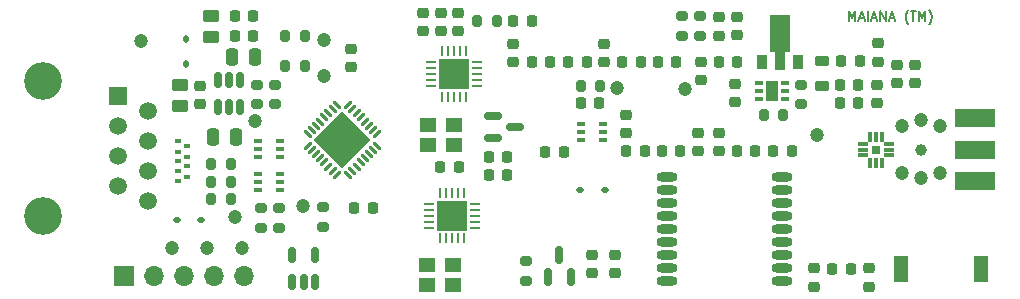
<source format=gbr>
%TF.GenerationSoftware,KiCad,Pcbnew,7.0.5-0*%
%TF.CreationDate,2024-01-25T09:03:23-08:00*%
%TF.ProjectId,transponder-11.9.0,7472616e-7370-46f6-9e64-65722d31312e,rev?*%
%TF.SameCoordinates,Original*%
%TF.FileFunction,Soldermask,Top*%
%TF.FilePolarity,Negative*%
%FSLAX46Y46*%
G04 Gerber Fmt 4.6, Leading zero omitted, Abs format (unit mm)*
G04 Created by KiCad (PCBNEW 7.0.5-0) date 2024-01-25 09:03:23*
%MOMM*%
%LPD*%
G01*
G04 APERTURE LIST*
G04 Aperture macros list*
%AMRoundRect*
0 Rectangle with rounded corners*
0 $1 Rounding radius*
0 $2 $3 $4 $5 $6 $7 $8 $9 X,Y pos of 4 corners*
0 Add a 4 corners polygon primitive as box body*
4,1,4,$2,$3,$4,$5,$6,$7,$8,$9,$2,$3,0*
0 Add four circle primitives for the rounded corners*
1,1,$1+$1,$2,$3*
1,1,$1+$1,$4,$5*
1,1,$1+$1,$6,$7*
1,1,$1+$1,$8,$9*
0 Add four rect primitives between the rounded corners*
20,1,$1+$1,$2,$3,$4,$5,0*
20,1,$1+$1,$4,$5,$6,$7,0*
20,1,$1+$1,$6,$7,$8,$9,0*
20,1,$1+$1,$8,$9,$2,$3,0*%
%AMRotRect*
0 Rectangle, with rotation*
0 The origin of the aperture is its center*
0 $1 length*
0 $2 width*
0 $3 Rotation angle, in degrees counterclockwise*
0 Add horizontal line*
21,1,$1,$2,0,0,$3*%
%AMFreePoly0*
4,1,9,3.862500,-0.866500,0.737500,-0.866500,0.737500,-0.450000,-0.737500,-0.450000,-0.737500,0.450000,0.737500,0.450000,0.737500,0.866500,3.862500,0.866500,3.862500,-0.866500,3.862500,-0.866500,$1*%
G04 Aperture macros list end*
%ADD10C,0.200000*%
%ADD11RoundRect,0.225000X-0.250000X0.225000X-0.250000X-0.225000X0.250000X-0.225000X0.250000X0.225000X0*%
%ADD12C,1.200000*%
%ADD13R,0.650000X0.400000*%
%ADD14R,0.650000X0.350000*%
%ADD15R,1.100000X1.700000*%
%ADD16RoundRect,0.225000X0.250000X-0.225000X0.250000X0.225000X-0.250000X0.225000X-0.250000X-0.225000X0*%
%ADD17RoundRect,0.225000X-0.225000X-0.250000X0.225000X-0.250000X0.225000X0.250000X-0.225000X0.250000X0*%
%ADD18RoundRect,0.250000X-0.450000X0.262500X-0.450000X-0.262500X0.450000X-0.262500X0.450000X0.262500X0*%
%ADD19RoundRect,0.006600X0.393400X0.103400X-0.393400X0.103400X-0.393400X-0.103400X0.393400X-0.103400X0*%
%ADD20RoundRect,0.017600X0.092400X0.382400X-0.092400X0.382400X-0.092400X-0.382400X0.092400X-0.382400X0*%
%ADD21R,0.760000X0.760000*%
%ADD22RoundRect,0.225000X0.225000X0.250000X-0.225000X0.250000X-0.225000X-0.250000X0.225000X-0.250000X0*%
%ADD23RoundRect,0.218750X0.381250X-0.218750X0.381250X0.218750X-0.381250X0.218750X-0.381250X-0.218750X0*%
%ADD24RoundRect,0.200000X0.275000X-0.200000X0.275000X0.200000X-0.275000X0.200000X-0.275000X-0.200000X0*%
%ADD25C,1.000000*%
%ADD26R,1.400000X1.200000*%
%ADD27RoundRect,0.218750X0.256250X-0.218750X0.256250X0.218750X-0.256250X0.218750X-0.256250X-0.218750X0*%
%ADD28RoundRect,0.218750X-0.218750X-0.256250X0.218750X-0.256250X0.218750X0.256250X-0.218750X0.256250X0*%
%ADD29RoundRect,0.150000X-0.587500X-0.150000X0.587500X-0.150000X0.587500X0.150000X-0.587500X0.150000X0*%
%ADD30RoundRect,0.112500X0.112500X-0.187500X0.112500X0.187500X-0.112500X0.187500X-0.112500X-0.187500X0*%
%ADD31RoundRect,0.200000X-0.275000X0.200000X-0.275000X-0.200000X0.275000X-0.200000X0.275000X0.200000X0*%
%ADD32R,1.700000X1.700000*%
%ADD33O,1.700000X1.700000*%
%ADD34RoundRect,0.150000X0.150000X-0.587500X0.150000X0.587500X-0.150000X0.587500X-0.150000X-0.587500X0*%
%ADD35O,1.800000X0.800000*%
%ADD36R,0.508000X0.304800*%
%ADD37C,3.200000*%
%ADD38R,1.500000X1.500000*%
%ADD39C,1.500000*%
%ADD40RoundRect,0.200000X0.200000X0.275000X-0.200000X0.275000X-0.200000X-0.275000X0.200000X-0.275000X0*%
%ADD41RoundRect,0.218750X-0.256250X0.218750X-0.256250X-0.218750X0.256250X-0.218750X0.256250X0.218750X0*%
%ADD42RoundRect,0.112500X0.187500X0.112500X-0.187500X0.112500X-0.187500X-0.112500X0.187500X-0.112500X0*%
%ADD43RoundRect,0.200000X-0.200000X-0.275000X0.200000X-0.275000X0.200000X0.275000X-0.200000X0.275000X0*%
%ADD44RoundRect,0.062500X0.309359X-0.220971X-0.220971X0.309359X-0.309359X0.220971X0.220971X-0.309359X0*%
%ADD45RoundRect,0.062500X0.309359X0.220971X0.220971X0.309359X-0.309359X-0.220971X-0.220971X-0.309359X0*%
%ADD46RotRect,3.450000X3.450000X135.000000*%
%ADD47RoundRect,0.250000X-0.250000X-0.475000X0.250000X-0.475000X0.250000X0.475000X-0.250000X0.475000X0*%
%ADD48RoundRect,0.062500X0.362500X0.062500X-0.362500X0.062500X-0.362500X-0.062500X0.362500X-0.062500X0*%
%ADD49RoundRect,0.062500X0.062500X0.362500X-0.062500X0.362500X-0.062500X-0.362500X0.062500X-0.362500X0*%
%ADD50R,2.600000X2.600000*%
%ADD51RoundRect,0.150000X0.150000X-0.512500X0.150000X0.512500X-0.150000X0.512500X-0.150000X-0.512500X0*%
%ADD52R,1.168400X2.209800*%
%ADD53R,3.500000X1.500000*%
%ADD54R,0.900000X1.300000*%
%ADD55FreePoly0,90.000000*%
%ADD56RoundRect,0.218750X0.218750X0.256250X-0.218750X0.256250X-0.218750X-0.256250X0.218750X-0.256250X0*%
G04 APERTURE END LIST*
D10*
X178722054Y-90291695D02*
X178722054Y-89491695D01*
X178722054Y-89491695D02*
X178988720Y-90063123D01*
X178988720Y-90063123D02*
X179255387Y-89491695D01*
X179255387Y-89491695D02*
X179255387Y-90291695D01*
X179598244Y-90063123D02*
X179979197Y-90063123D01*
X179522054Y-90291695D02*
X179788721Y-89491695D01*
X179788721Y-89491695D02*
X180055387Y-90291695D01*
X180322054Y-90291695D02*
X180322054Y-89491695D01*
X180664910Y-90063123D02*
X181045863Y-90063123D01*
X180588720Y-90291695D02*
X180855387Y-89491695D01*
X180855387Y-89491695D02*
X181122053Y-90291695D01*
X181388720Y-90291695D02*
X181388720Y-89491695D01*
X181388720Y-89491695D02*
X181845863Y-90291695D01*
X181845863Y-90291695D02*
X181845863Y-89491695D01*
X182188719Y-90063123D02*
X182569672Y-90063123D01*
X182112529Y-90291695D02*
X182379196Y-89491695D01*
X182379196Y-89491695D02*
X182645862Y-90291695D01*
X183750624Y-90596457D02*
X183712529Y-90558361D01*
X183712529Y-90558361D02*
X183636338Y-90444076D01*
X183636338Y-90444076D02*
X183598243Y-90367885D01*
X183598243Y-90367885D02*
X183560148Y-90253600D01*
X183560148Y-90253600D02*
X183522053Y-90063123D01*
X183522053Y-90063123D02*
X183522053Y-89910742D01*
X183522053Y-89910742D02*
X183560148Y-89720266D01*
X183560148Y-89720266D02*
X183598243Y-89605980D01*
X183598243Y-89605980D02*
X183636338Y-89529790D01*
X183636338Y-89529790D02*
X183712529Y-89415504D01*
X183712529Y-89415504D02*
X183750624Y-89377409D01*
X183941100Y-89491695D02*
X184398243Y-89491695D01*
X184169671Y-90291695D02*
X184169671Y-89491695D01*
X184664910Y-90291695D02*
X184664910Y-89491695D01*
X184664910Y-89491695D02*
X184931576Y-90063123D01*
X184931576Y-90063123D02*
X185198243Y-89491695D01*
X185198243Y-89491695D02*
X185198243Y-90291695D01*
X185503005Y-90596457D02*
X185541100Y-90558361D01*
X185541100Y-90558361D02*
X185617291Y-90444076D01*
X185617291Y-90444076D02*
X185655386Y-90367885D01*
X185655386Y-90367885D02*
X185693481Y-90253600D01*
X185693481Y-90253600D02*
X185731577Y-90063123D01*
X185731577Y-90063123D02*
X185731577Y-89910742D01*
X185731577Y-89910742D02*
X185693481Y-89720266D01*
X185693481Y-89720266D02*
X185655386Y-89605980D01*
X185655386Y-89605980D02*
X185617291Y-89529790D01*
X185617291Y-89529790D02*
X185541100Y-89415504D01*
X185541100Y-89415504D02*
X185503005Y-89377409D01*
D11*
%TO.C,C35*%
X136550000Y-92675000D03*
X136550000Y-94225000D03*
%TD*%
%TO.C,C6*%
X165900000Y-99775000D03*
X165900000Y-101325000D03*
%TD*%
D12*
%TO.C,TP18*%
X164800000Y-96100000D03*
%TD*%
D13*
%TO.C,U3*%
X156000000Y-99050000D03*
X156000000Y-99700000D03*
X156000000Y-100350000D03*
X157900000Y-100350000D03*
X157900000Y-99700000D03*
X157900000Y-99050000D03*
%TD*%
D12*
%TO.C,TP6*%
X184800000Y-98700000D03*
%TD*%
D11*
%TO.C,C15*%
X184350000Y-94050000D03*
X184350000Y-95600000D03*
%TD*%
D14*
%TO.C,IC1*%
X173300000Y-96900000D03*
X173300000Y-96250000D03*
X173300000Y-95600000D03*
X171100000Y-95600000D03*
X171100000Y-96250000D03*
X171100000Y-96900000D03*
D15*
X172200000Y-96250000D03*
%TD*%
D16*
%TO.C,C19*%
X167700000Y-91550000D03*
X167700000Y-90000000D03*
%TD*%
D17*
%TO.C,C21*%
X151850000Y-93800000D03*
X153400000Y-93800000D03*
%TD*%
D16*
%TO.C,C27*%
X123800000Y-97350000D03*
X123800000Y-95800000D03*
%TD*%
D18*
%TO.C,L13*%
X124700000Y-89887500D03*
X124700000Y-91712500D03*
%TD*%
D11*
%TO.C,C16*%
X181100000Y-95750000D03*
X181100000Y-97300000D03*
%TD*%
D19*
%TO.C,U8*%
X182140000Y-101700000D03*
X182140000Y-101200000D03*
X182140000Y-100700000D03*
D20*
X181540000Y-100100000D03*
X181040000Y-100100000D03*
X180540000Y-100100000D03*
D19*
X179940000Y-100700000D03*
X179940000Y-101200000D03*
X179940000Y-101700000D03*
D20*
X180540000Y-102300000D03*
X181040000Y-102300000D03*
X181540000Y-102300000D03*
D21*
X181040000Y-101200000D03*
%TD*%
D22*
%TO.C,C20*%
X151850000Y-90300000D03*
X150300000Y-90300000D03*
%TD*%
D12*
%TO.C,TP15*%
X121400000Y-109500000D03*
%TD*%
D17*
%TO.C,C1*%
X153025000Y-101400000D03*
X154575000Y-101400000D03*
%TD*%
D23*
%TO.C,L4*%
X176400000Y-95825000D03*
X176400000Y-93700000D03*
%TD*%
D11*
%TO.C,C9*%
X144150000Y-89600000D03*
X144150000Y-91150000D03*
%TD*%
D12*
%TO.C,TP5*%
X184800000Y-103600000D03*
%TD*%
D24*
%TO.C,R5*%
X174700000Y-97350000D03*
X174700000Y-95700000D03*
%TD*%
D22*
%TO.C,C23*%
X179500000Y-97300000D03*
X177950000Y-97300000D03*
%TD*%
D25*
%TO.C,TP1*%
X184800000Y-101200000D03*
%TD*%
D11*
%TO.C,C14*%
X181200000Y-92200000D03*
X181200000Y-93750000D03*
%TD*%
D17*
%TO.C,C3*%
X156050000Y-97300000D03*
X157600000Y-97300000D03*
%TD*%
%TO.C,C18*%
X162550000Y-93800000D03*
X164100000Y-93800000D03*
%TD*%
D16*
%TO.C,C17*%
X166200000Y-95300000D03*
X166200000Y-93750000D03*
%TD*%
D24*
%TO.C,R17*%
X128900000Y-107800000D03*
X128900000Y-106150000D03*
%TD*%
%TO.C,R7*%
X128642814Y-97359515D03*
X128642814Y-95709515D03*
%TD*%
D26*
%TO.C,Y2*%
X143000000Y-112650000D03*
X145200000Y-112650000D03*
X145200000Y-110950000D03*
X143000000Y-110950000D03*
%TD*%
D13*
%TO.C,U9*%
X128650000Y-103300000D03*
X128650000Y-103950000D03*
X128650000Y-104600000D03*
X130550000Y-104600000D03*
X130550000Y-103950000D03*
X130550000Y-103300000D03*
%TD*%
D27*
%TO.C,L9*%
X150300000Y-93800000D03*
X150300000Y-92225000D03*
%TD*%
D18*
%TO.C,L12*%
X122075000Y-95700000D03*
X122075000Y-97525000D03*
%TD*%
D28*
%TO.C,L11*%
X159525000Y-93800000D03*
X161100000Y-93800000D03*
%TD*%
D29*
%TO.C,Q7*%
X148562500Y-98350000D03*
X148562500Y-100250000D03*
X150437500Y-99300000D03*
%TD*%
D28*
%TO.C,L7*%
X167700000Y-93800000D03*
X169275000Y-93800000D03*
%TD*%
D30*
%TO.C,D1*%
X122600000Y-93950000D03*
X122600000Y-91850000D03*
%TD*%
D22*
%TO.C,C7*%
X149800000Y-101800000D03*
X148250000Y-101800000D03*
%TD*%
D31*
%TO.C,R2*%
X166150000Y-89925000D03*
X166150000Y-91575000D03*
%TD*%
D28*
%TO.C,L1*%
X159875000Y-101350000D03*
X161450000Y-101350000D03*
%TD*%
D12*
%TO.C,TP2*%
X183200000Y-99200000D03*
%TD*%
D22*
%TO.C,C25*%
X128300000Y-89900000D03*
X126750000Y-89900000D03*
%TD*%
D32*
%TO.C,J2*%
X117325000Y-111900000D03*
D33*
X119865000Y-111900000D03*
X122405000Y-111900000D03*
X124945000Y-111900000D03*
X127485000Y-111900000D03*
%TD*%
D34*
%TO.C,Q2*%
X153250000Y-111975000D03*
X155150000Y-111975000D03*
X154200000Y-110100000D03*
%TD*%
D16*
%TO.C,C30*%
X157000000Y-111650000D03*
X157000000Y-110100000D03*
%TD*%
D27*
%TO.C,L8*%
X169250000Y-91537500D03*
X169250000Y-89962500D03*
%TD*%
D24*
%TO.C,R8*%
X130100000Y-97350000D03*
X130100000Y-95700000D03*
%TD*%
D35*
%TO.C,U4*%
X163350000Y-103500000D03*
X163350000Y-104600000D03*
X163350000Y-105700000D03*
X163350000Y-106800000D03*
X163350000Y-107900000D03*
X163350000Y-109000000D03*
X163350000Y-110100000D03*
X163350000Y-111200000D03*
X163350000Y-112300000D03*
X173050000Y-112300000D03*
X173050000Y-111200000D03*
X173050000Y-110100000D03*
X173050000Y-109000000D03*
X173050000Y-107900000D03*
X173050000Y-106800000D03*
X173050000Y-105700000D03*
X173050000Y-104600000D03*
X173050000Y-103500000D03*
%TD*%
D36*
%TO.C,CR1*%
X121900000Y-100500000D03*
X121900000Y-101400001D03*
X121900000Y-102199999D03*
X121900000Y-103000000D03*
X121900000Y-103899998D03*
X122699998Y-103499999D03*
X122699998Y-102599998D03*
X122699998Y-101800000D03*
X122699998Y-100899999D03*
%TD*%
D26*
%TO.C,Y1*%
X143100000Y-100850000D03*
X145300000Y-100850000D03*
X145300000Y-99150000D03*
X143100000Y-99150000D03*
%TD*%
D16*
%TO.C,C31*%
X158900000Y-111650000D03*
X158900000Y-110100000D03*
%TD*%
D12*
%TO.C,TP7*%
X186400000Y-103200000D03*
%TD*%
D37*
%TO.C,J1*%
X110500000Y-95380000D03*
X110500000Y-106810000D03*
D38*
X116850000Y-96650000D03*
D39*
X119390000Y-97920000D03*
X116850000Y-99190000D03*
X119390000Y-100460000D03*
X116850000Y-101730000D03*
X119390000Y-103000000D03*
X116850000Y-104270000D03*
X119390000Y-105540000D03*
%TD*%
D17*
%TO.C,C5*%
X169225000Y-101300000D03*
X170775000Y-101300000D03*
%TD*%
D31*
%TO.C,R11*%
X130500000Y-106150000D03*
X130500000Y-107800000D03*
%TD*%
D40*
%TO.C,R1*%
X157650000Y-95800000D03*
X156000000Y-95800000D03*
%TD*%
D41*
%TO.C,L3*%
X167700000Y-99762500D03*
X167700000Y-101337500D03*
%TD*%
D12*
%TO.C,TP12*%
X134300000Y-95000000D03*
%TD*%
D40*
%TO.C,R6*%
X173150000Y-98300000D03*
X171500000Y-98300000D03*
%TD*%
D22*
%TO.C,C4*%
X164450000Y-101350000D03*
X162900000Y-101350000D03*
%TD*%
D12*
%TO.C,TP9*%
X176000000Y-100000000D03*
%TD*%
%TO.C,TP11*%
X134300000Y-91900000D03*
%TD*%
D42*
%TO.C,D4*%
X158050000Y-104600000D03*
X155950000Y-104600000D03*
%TD*%
D11*
%TO.C,C10*%
X142650000Y-89600000D03*
X142650000Y-91150000D03*
%TD*%
D43*
%TO.C,R12*%
X130975000Y-91600000D03*
X132625000Y-91600000D03*
%TD*%
D22*
%TO.C,C34*%
X138400000Y-106125000D03*
X136850000Y-106125000D03*
%TD*%
D12*
%TO.C,TP19*%
X126700000Y-106900000D03*
%TD*%
D44*
%TO.C,U5*%
X136325126Y-103347146D03*
X136678679Y-102993592D03*
X137032233Y-102640039D03*
X137385786Y-102286485D03*
X137739339Y-101932932D03*
X138092893Y-101579379D03*
X138446446Y-101225825D03*
X138800000Y-100872272D03*
D45*
X138800000Y-99900000D03*
X138446446Y-99546447D03*
X138092893Y-99192893D03*
X137739339Y-98839340D03*
X137385786Y-98485787D03*
X137032233Y-98132233D03*
X136678679Y-97778680D03*
X136325126Y-97425126D03*
D44*
X135352854Y-97425126D03*
X134999301Y-97778680D03*
X134645747Y-98132233D03*
X134292194Y-98485787D03*
X133938641Y-98839340D03*
X133585087Y-99192893D03*
X133231534Y-99546447D03*
X132877980Y-99900000D03*
D45*
X132877980Y-100872272D03*
X133231534Y-101225825D03*
X133585087Y-101579379D03*
X133938641Y-101932932D03*
X134292194Y-102286485D03*
X134645747Y-102640039D03*
X134999301Y-102993592D03*
X135352854Y-103347146D03*
D46*
X135838990Y-100386136D03*
%TD*%
D12*
%TO.C,TP8*%
X128400000Y-98800000D03*
%TD*%
D11*
%TO.C,C22*%
X158000000Y-92250000D03*
X158000000Y-93800000D03*
%TD*%
D43*
%TO.C,R14*%
X124725000Y-102450000D03*
X126375000Y-102450000D03*
%TD*%
D12*
%TO.C,TP10*%
X118800000Y-92000000D03*
%TD*%
D43*
%TO.C,R15*%
X124725000Y-103950000D03*
X126375000Y-103950000D03*
%TD*%
D16*
%TO.C,C32*%
X175800000Y-112800000D03*
X175800000Y-111250000D03*
%TD*%
D12*
%TO.C,TP16*%
X124400000Y-109500000D03*
%TD*%
%TO.C,TP17*%
X127300000Y-109500000D03*
%TD*%
D47*
%TO.C,C29*%
X126500000Y-93400000D03*
X128400000Y-93400000D03*
%TD*%
%TO.C,C28*%
X124900000Y-100100000D03*
X126800000Y-100100000D03*
%TD*%
D28*
%TO.C,L5*%
X178075000Y-93725000D03*
X179650000Y-93725000D03*
%TD*%
D13*
%TO.C,U10*%
X130550000Y-101800000D03*
X130550000Y-101150000D03*
X130550000Y-100500000D03*
X128650000Y-100500000D03*
X128650000Y-101150000D03*
X128650000Y-101800000D03*
%TD*%
D48*
%TO.C,U1*%
X147200000Y-95800000D03*
X147200000Y-95300000D03*
X147200000Y-94800000D03*
X147200000Y-94300000D03*
X147200000Y-93800000D03*
D49*
X146275000Y-92875000D03*
X145775000Y-92875000D03*
X145275000Y-92875000D03*
X144775000Y-92875000D03*
X144275000Y-92875000D03*
D48*
X143350000Y-93800000D03*
X143350000Y-94300000D03*
X143350000Y-94800000D03*
X143350000Y-95300000D03*
X143350000Y-95800000D03*
D49*
X144275000Y-96725000D03*
X144775000Y-96725000D03*
X145275000Y-96725000D03*
X145775000Y-96725000D03*
X146275000Y-96725000D03*
D50*
X145275000Y-94800000D03*
%TD*%
D43*
%TO.C,R16*%
X124725000Y-105425000D03*
X126375000Y-105425000D03*
%TD*%
D42*
%TO.C,D3*%
X123900000Y-107200000D03*
X121800000Y-107200000D03*
%TD*%
D41*
%TO.C,L6*%
X182800000Y-94012500D03*
X182800000Y-95587500D03*
%TD*%
D11*
%TO.C,C2*%
X159850000Y-98250000D03*
X159850000Y-99800000D03*
%TD*%
D12*
%TO.C,TP4*%
X186400000Y-99200000D03*
%TD*%
D17*
%TO.C,C11*%
X144125000Y-102700000D03*
X145675000Y-102700000D03*
%TD*%
D12*
%TO.C,TP13*%
X159100000Y-96000000D03*
%TD*%
D28*
%TO.C,L2*%
X172312500Y-101300000D03*
X173887500Y-101300000D03*
%TD*%
D51*
%TO.C,U6*%
X125300000Y-97600000D03*
X126250000Y-97600000D03*
X127200000Y-97600000D03*
X127200000Y-95325000D03*
X126250000Y-95325000D03*
X125300000Y-95325000D03*
%TD*%
D43*
%TO.C,R13*%
X130975000Y-94100000D03*
X132625000Y-94100000D03*
%TD*%
D31*
%TO.C,R9*%
X151350000Y-110650000D03*
X151350000Y-112300000D03*
%TD*%
D12*
%TO.C,TP14*%
X132500000Y-106000000D03*
%TD*%
D24*
%TO.C,R3*%
X164600000Y-91575000D03*
X164600000Y-89925000D03*
%TD*%
D11*
%TO.C,C8*%
X145650000Y-89625000D03*
X145650000Y-91175000D03*
%TD*%
D52*
%TO.C,AE1*%
X183134500Y-111300000D03*
X189865500Y-111300000D03*
%TD*%
D53*
%TO.C,J3*%
X189427500Y-101200000D03*
X189427500Y-103900000D03*
X189427500Y-98500000D03*
%TD*%
D51*
%TO.C,U7*%
X131600000Y-112375000D03*
X132550000Y-112375000D03*
X133500000Y-112375000D03*
X133500000Y-110100000D03*
X131600000Y-110100000D03*
%TD*%
D16*
%TO.C,C33*%
X180400000Y-112800000D03*
X180400000Y-111250000D03*
%TD*%
D48*
%TO.C,U2*%
X147025000Y-107800000D03*
X147025000Y-107300000D03*
X147025000Y-106800000D03*
X147025000Y-106300000D03*
X147025000Y-105800000D03*
D49*
X146100000Y-104875000D03*
X145600000Y-104875000D03*
X145100000Y-104875000D03*
X144600000Y-104875000D03*
X144100000Y-104875000D03*
D48*
X143175000Y-105800000D03*
X143175000Y-106300000D03*
X143175000Y-106800000D03*
X143175000Y-107300000D03*
X143175000Y-107800000D03*
D49*
X144100000Y-108725000D03*
X144600000Y-108725000D03*
X145100000Y-108725000D03*
X145600000Y-108725000D03*
X146100000Y-108725000D03*
D50*
X145100000Y-106800000D03*
%TD*%
D28*
%TO.C,L10*%
X154925000Y-93800000D03*
X156500000Y-93800000D03*
%TD*%
D54*
%TO.C,Q1*%
X171400000Y-93750000D03*
D55*
X172900000Y-93662500D03*
D54*
X174400000Y-93750000D03*
%TD*%
D11*
%TO.C,C24*%
X169100000Y-95625000D03*
X169100000Y-97175000D03*
%TD*%
D22*
%TO.C,C12*%
X149800000Y-103350000D03*
X148250000Y-103350000D03*
%TD*%
%TO.C,C26*%
X128300000Y-91600000D03*
X126750000Y-91600000D03*
%TD*%
D43*
%TO.C,R4*%
X147250000Y-90300000D03*
X148900000Y-90300000D03*
%TD*%
D31*
%TO.C,R10*%
X134150000Y-106075000D03*
X134150000Y-107725000D03*
%TD*%
D22*
%TO.C,C13*%
X179500000Y-95775000D03*
X177950000Y-95775000D03*
%TD*%
D56*
%TO.C,L14*%
X178887500Y-111300000D03*
X177312500Y-111300000D03*
%TD*%
D12*
%TO.C,TP3*%
X183200000Y-103200000D03*
%TD*%
M02*

</source>
